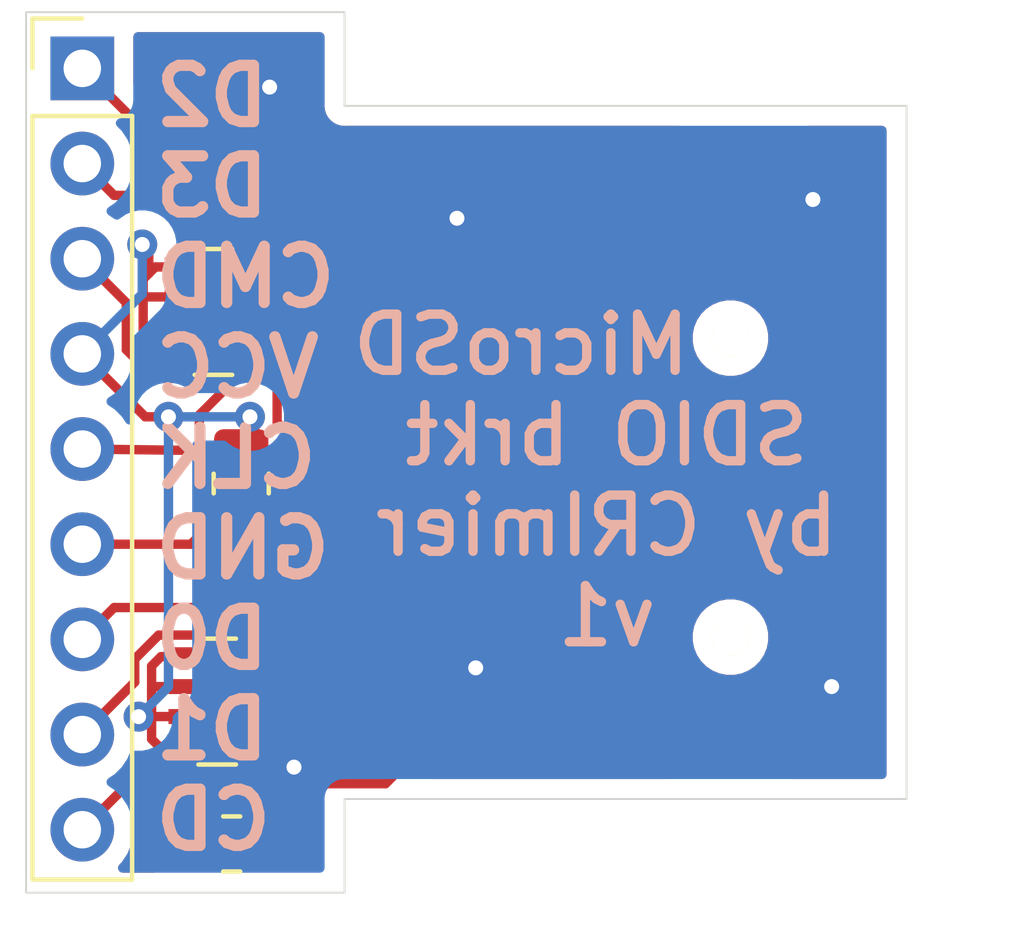
<source format=kicad_pcb>
(kicad_pcb (version 20171130) (host pcbnew 5.1.5+dfsg1-2build2)

  (general
    (thickness 1.6)
    (drawings 10)
    (tracks 141)
    (zones 0)
    (modules 6)
    (nets 12)
  )

  (page A4)
  (layers
    (0 F.Cu signal)
    (31 B.Cu signal)
    (32 B.Adhes user)
    (33 F.Adhes user)
    (34 B.Paste user)
    (35 F.Paste user)
    (36 B.SilkS user)
    (37 F.SilkS user)
    (38 B.Mask user)
    (39 F.Mask user)
    (40 Dwgs.User user)
    (41 Cmts.User user)
    (42 Eco1.User user)
    (43 Eco2.User user)
    (44 Edge.Cuts user)
    (45 Margin user)
    (46 B.CrtYd user)
    (47 F.CrtYd user)
    (48 B.Fab user)
    (49 F.Fab user)
  )

  (setup
    (last_trace_width 0.25)
    (trace_clearance 0.2)
    (zone_clearance 0.508)
    (zone_45_only no)
    (trace_min 0.2)
    (via_size 0.8)
    (via_drill 0.4)
    (via_min_size 0.4)
    (via_min_drill 0.3)
    (uvia_size 0.3)
    (uvia_drill 0.1)
    (uvias_allowed no)
    (uvia_min_size 0.2)
    (uvia_min_drill 0.1)
    (edge_width 0.05)
    (segment_width 0.2)
    (pcb_text_width 0.3)
    (pcb_text_size 1.5 1.5)
    (mod_edge_width 0.12)
    (mod_text_size 1 1)
    (mod_text_width 0.15)
    (pad_size 1.524 1.524)
    (pad_drill 0.762)
    (pad_to_mask_clearance 0.051)
    (solder_mask_min_width 0.25)
    (aux_axis_origin 98.5 110)
    (visible_elements FFFFFF7F)
    (pcbplotparams
      (layerselection 0x010f0_ffffffff)
      (usegerberextensions true)
      (usegerberattributes false)
      (usegerberadvancedattributes false)
      (creategerberjobfile false)
      (excludeedgelayer true)
      (linewidth 0.100000)
      (plotframeref false)
      (viasonmask false)
      (mode 1)
      (useauxorigin true)
      (hpglpennumber 1)
      (hpglpenspeed 20)
      (hpglpendiameter 15.000000)
      (psnegative false)
      (psa4output false)
      (plotreference false)
      (plotvalue false)
      (plotinvisibletext false)
      (padsonsilk false)
      (subtractmaskfromsilk true)
      (outputformat 1)
      (mirror false)
      (drillshape 0)
      (scaleselection 1)
      (outputdirectory "gerbers/"))
  )

  (net 0 "")
  (net 1 GND)
  (net 2 VCC)
  (net 3 /CD)
  (net 4 /D1)
  (net 5 /D0)
  (net 6 /CK)
  (net 7 /CM)
  (net 8 /D3)
  (net 9 /D2)
  (net 10 "Net-(RN2-Pad6)")
  (net 11 GNDS)

  (net_class Default "This is the default net class."
    (clearance 0.2)
    (trace_width 0.25)
    (via_dia 0.8)
    (via_drill 0.4)
    (uvia_dia 0.3)
    (uvia_drill 0.1)
    (add_net /CD)
    (add_net /CK)
    (add_net /CM)
    (add_net /D0)
    (add_net /D1)
    (add_net /D2)
    (add_net /D3)
    (add_net GND)
    (add_net GNDS)
    (add_net "Net-(RN2-Pad6)")
    (add_net VCC)
  )

  (module Capacitor_SMD:C_0805_2012Metric (layer F.Cu) (tedit 5F68FEEE) (tstamp 6150CF59)
    (at 104.2416 122.5804 270)
    (descr "Capacitor SMD 0805 (2012 Metric), square (rectangular) end terminal, IPC_7351 nominal, (Body size source: IPC-SM-782 page 76, https://www.pcb-3d.com/wordpress/wp-content/uploads/ipc-sm-782a_amendment_1_and_2.pdf, https://docs.google.com/spreadsheets/d/1BsfQQcO9C6DZCsRaXUlFlo91Tg2WpOkGARC1WS5S8t0/edit?usp=sharing), generated with kicad-footprint-generator")
    (tags capacitor)
    (path /61509AFF)
    (attr smd)
    (fp_text reference C1 (at 0 -1.68 90) (layer F.SilkS) hide
      (effects (font (size 1 1) (thickness 0.15)))
    )
    (fp_text value 100nF (at 0 1.68 90) (layer F.Fab)
      (effects (font (size 1 1) (thickness 0.15)))
    )
    (fp_text user %R (at 0 0 90) (layer F.Fab)
      (effects (font (size 0.5 0.5) (thickness 0.08)))
    )
    (fp_line (start 1.7 0.98) (end -1.7 0.98) (layer F.CrtYd) (width 0.05))
    (fp_line (start 1.7 -0.98) (end 1.7 0.98) (layer F.CrtYd) (width 0.05))
    (fp_line (start -1.7 -0.98) (end 1.7 -0.98) (layer F.CrtYd) (width 0.05))
    (fp_line (start -1.7 0.98) (end -1.7 -0.98) (layer F.CrtYd) (width 0.05))
    (fp_line (start -0.261252 0.735) (end 0.261252 0.735) (layer F.SilkS) (width 0.12))
    (fp_line (start -0.261252 -0.735) (end 0.261252 -0.735) (layer F.SilkS) (width 0.12))
    (fp_line (start 1 0.625) (end -1 0.625) (layer F.Fab) (width 0.1))
    (fp_line (start 1 -0.625) (end 1 0.625) (layer F.Fab) (width 0.1))
    (fp_line (start -1 -0.625) (end 1 -0.625) (layer F.Fab) (width 0.1))
    (fp_line (start -1 0.625) (end -1 -0.625) (layer F.Fab) (width 0.1))
    (pad 2 smd roundrect (at 0.95 0 270) (size 1 1.45) (layers F.Cu F.Paste F.Mask) (roundrect_rratio 0.25)
      (net 1 GND))
    (pad 1 smd roundrect (at -0.95 0 270) (size 1 1.45) (layers F.Cu F.Paste F.Mask) (roundrect_rratio 0.25)
      (net 2 VCC))
    (model ${KISYS3DMOD}/Capacitor_SMD.3dshapes/C_0805_2012Metric.wrl
      (at (xyz 0 0 0))
      (scale (xyz 1 1 1))
      (rotate (xyz 0 0 0))
    )
  )

  (module Resistor_SMD:R_0805_2012Metric (layer F.Cu) (tedit 5F68FEEE) (tstamp 6150E5DE)
    (at 103.9875 132.2)
    (descr "Resistor SMD 0805 (2012 Metric), square (rectangular) end terminal, IPC_7351 nominal, (Body size source: IPC-SM-782 page 72, https://www.pcb-3d.com/wordpress/wp-content/uploads/ipc-sm-782a_amendment_1_and_2.pdf), generated with kicad-footprint-generator")
    (tags resistor)
    (path /61550AF9)
    (attr smd)
    (fp_text reference R1 (at 0 -1.65) (layer F.SilkS) hide
      (effects (font (size 1 1) (thickness 0.15)))
    )
    (fp_text value SHD (at 0 1.65) (layer F.Fab)
      (effects (font (size 1 1) (thickness 0.15)))
    )
    (fp_text user %R (at 0 0) (layer F.Fab)
      (effects (font (size 0.5 0.5) (thickness 0.08)))
    )
    (fp_line (start 1.68 0.95) (end -1.68 0.95) (layer F.CrtYd) (width 0.05))
    (fp_line (start 1.68 -0.95) (end 1.68 0.95) (layer F.CrtYd) (width 0.05))
    (fp_line (start -1.68 -0.95) (end 1.68 -0.95) (layer F.CrtYd) (width 0.05))
    (fp_line (start -1.68 0.95) (end -1.68 -0.95) (layer F.CrtYd) (width 0.05))
    (fp_line (start -0.227064 0.735) (end 0.227064 0.735) (layer F.SilkS) (width 0.12))
    (fp_line (start -0.227064 -0.735) (end 0.227064 -0.735) (layer F.SilkS) (width 0.12))
    (fp_line (start 1 0.625) (end -1 0.625) (layer F.Fab) (width 0.1))
    (fp_line (start 1 -0.625) (end 1 0.625) (layer F.Fab) (width 0.1))
    (fp_line (start -1 -0.625) (end 1 -0.625) (layer F.Fab) (width 0.1))
    (fp_line (start -1 0.625) (end -1 -0.625) (layer F.Fab) (width 0.1))
    (pad 2 smd roundrect (at 0.9125 0) (size 1.025 1.4) (layers F.Cu F.Paste F.Mask) (roundrect_rratio 0.243902)
      (net 1 GND))
    (pad 1 smd roundrect (at -0.9125 0) (size 1.025 1.4) (layers F.Cu F.Paste F.Mask) (roundrect_rratio 0.243902)
      (net 11 GNDS))
    (model ${KISYS3DMOD}/Resistor_SMD.3dshapes/R_0805_2012Metric.wrl
      (at (xyz 0 0 0))
      (scale (xyz 1 1 1))
      (rotate (xyz 0 0 0))
    )
  )

  (module microsd_sdio_breakout:microSD-Receptacle-SelfEject (layer F.Cu) (tedit 615075B1) (tstamp 6150D13F)
    (at 106.8 121.75 90)
    (descr TFP09-2-12B)
    (tags "SD TF TransFlash Card")
    (path /61507197)
    (fp_text reference J2 (at 0.05 -5 90) (layer F.SilkS) hide
      (effects (font (size 1 1) (thickness 0.15)))
    )
    (fp_text value Micro_SD_Card_Det (at 0.05 17.5 90) (layer F.Fab)
      (effects (font (size 1 1) (thickness 0.15)))
    )
    (fp_line (start 7.35 14.5) (end 7.35 0) (layer Cmts.User) (width 0.05))
    (fp_line (start -7.35 14.5) (end 7.35 14.5) (layer Cmts.User) (width 0.05))
    (fp_line (start -7.35 0) (end -7.35 14.5) (layer Cmts.User) (width 0.05))
    (fp_line (start 7.35 0) (end -7.35 0) (layer Cmts.User) (width 0.05))
    (fp_line (start -8.85 15) (end 9.2 15) (layer F.CrtYd) (width 0.05))
    (fp_line (start -8.85 -1.3) (end -8.85 15) (layer F.CrtYd) (width 0.05))
    (fp_line (start 9.2 -1.3) (end -8.85 -1.3) (layer F.CrtYd) (width 0.05))
    (fp_line (start 9.2 15) (end 9.2 -1.3) (layer F.CrtYd) (width 0.05))
    (pad "" np_thru_hole circle (at -4.93 10.5 270) (size 1 1) (drill 1) (layers *.Cu *.Mask F.SilkS))
    (pad "" np_thru_hole circle (at 3.05 10.5 270) (size 1 1) (drill 1) (layers *.Cu *.Mask F.SilkS))
    (pad 11 smd rect (at 8.1 10.85 270) (size 1.2 2.2) (layers F.Cu F.Paste F.Mask)
      (net 11 GNDS))
    (pad 11 smd rect (at 6.85 0.5 270) (size 1.6 1.4) (layers F.Cu F.Paste F.Mask)
      (net 11 GNDS))
    (pad 11 smd rect (at -7.75 0.5 270) (size 1.2 1.4) (layers F.Cu F.Paste F.Mask)
      (net 11 GNDS))
    (pad 10 smd rect (at -6.55 0 270) (size 0.7 1.6) (layers F.Cu F.Paste F.Mask)
      (net 3 /CD))
    (pad 8 smd rect (at -5.45 0 270) (size 0.7 1.6) (layers F.Cu F.Paste F.Mask)
      (net 4 /D1))
    (pad 7 smd rect (at -4.35 0 270) (size 0.7 1.6) (layers F.Cu F.Paste F.Mask)
      (net 5 /D0))
    (pad 6 smd rect (at -3.25 0 270) (size 0.7 1.6) (layers F.Cu F.Paste F.Mask)
      (net 1 GND))
    (pad 5 smd rect (at -2.15 0 270) (size 0.7 1.6) (layers F.Cu F.Paste F.Mask)
      (net 6 /CK))
    (pad 4 smd rect (at -1.05 0 270) (size 0.7 1.6) (layers F.Cu F.Paste F.Mask)
      (net 2 VCC))
    (pad 3 smd rect (at 0.05 0 270) (size 0.7 1.6) (layers F.Cu F.Paste F.Mask)
      (net 7 /CM))
    (pad 2 smd rect (at 1.15 0 270) (size 0.7 1.6) (layers F.Cu F.Paste F.Mask)
      (net 8 /D3))
    (pad 1 smd rect (at 2.25 0 270) (size 0.7 1.6) (layers F.Cu F.Paste F.Mask)
      (net 9 /D2))
    (pad 11 smd rect (at -7.75 10.5 270) (size 1.2 2.2) (layers F.Cu F.Paste F.Mask)
      (net 11 GNDS))
  )

  (module Resistor_SMD:R_Array_Convex_4x0603 (layer F.Cu) (tedit 58E0A8B2) (tstamp 6150CFA4)
    (at 103.6 128.4)
    (descr "Chip Resistor Network, ROHM MNR14 (see mnr_g.pdf)")
    (tags "resistor array")
    (path /6150DF3D)
    (attr smd)
    (fp_text reference RN2 (at 0 -2.8) (layer F.SilkS) hide
      (effects (font (size 1 1) (thickness 0.15)))
    )
    (fp_text value 10K (at 0 2.8) (layer F.Fab)
      (effects (font (size 1 1) (thickness 0.15)))
    )
    (fp_line (start 1.55 1.85) (end -1.55 1.85) (layer F.CrtYd) (width 0.05))
    (fp_line (start 1.55 1.85) (end 1.55 -1.85) (layer F.CrtYd) (width 0.05))
    (fp_line (start -1.55 -1.85) (end -1.55 1.85) (layer F.CrtYd) (width 0.05))
    (fp_line (start -1.55 -1.85) (end 1.55 -1.85) (layer F.CrtYd) (width 0.05))
    (fp_line (start 0.5 -1.68) (end -0.5 -1.68) (layer F.SilkS) (width 0.12))
    (fp_line (start 0.5 1.68) (end -0.5 1.68) (layer F.SilkS) (width 0.12))
    (fp_line (start -0.8 1.6) (end -0.8 -1.6) (layer F.Fab) (width 0.1))
    (fp_line (start 0.8 1.6) (end -0.8 1.6) (layer F.Fab) (width 0.1))
    (fp_line (start 0.8 -1.6) (end 0.8 1.6) (layer F.Fab) (width 0.1))
    (fp_line (start -0.8 -1.6) (end 0.8 -1.6) (layer F.Fab) (width 0.1))
    (fp_text user %R (at 0 0 90) (layer F.Fab)
      (effects (font (size 0.5 0.5) (thickness 0.075)))
    )
    (pad 5 smd rect (at 0.9 1.2) (size 0.8 0.5) (layers F.Cu F.Paste F.Mask)
      (net 3 /CD))
    (pad 6 smd rect (at 0.9 0.4) (size 0.8 0.4) (layers F.Cu F.Paste F.Mask)
      (net 10 "Net-(RN2-Pad6)"))
    (pad 8 smd rect (at 0.9 -1.2) (size 0.8 0.5) (layers F.Cu F.Paste F.Mask)
      (net 5 /D0))
    (pad 7 smd rect (at 0.9 -0.4) (size 0.8 0.4) (layers F.Cu F.Paste F.Mask)
      (net 4 /D1))
    (pad 4 smd rect (at -0.9 1.2) (size 0.8 0.5) (layers F.Cu F.Paste F.Mask)
      (net 2 VCC))
    (pad 2 smd rect (at -0.9 -0.4) (size 0.8 0.4) (layers F.Cu F.Paste F.Mask)
      (net 2 VCC))
    (pad 3 smd rect (at -0.9 0.4) (size 0.8 0.4) (layers F.Cu F.Paste F.Mask)
      (net 2 VCC))
    (pad 1 smd rect (at -0.9 -1.2) (size 0.8 0.5) (layers F.Cu F.Paste F.Mask)
      (net 2 VCC))
    (model ${KISYS3DMOD}/Resistor_SMD.3dshapes/R_Array_Convex_4x0603.wrl
      (at (xyz 0 0 0))
      (scale (xyz 1 1 1))
      (rotate (xyz 0 0 0))
    )
  )

  (module Resistor_SMD:R_Array_Convex_4x0603 (layer F.Cu) (tedit 58E0A8B2) (tstamp 6150CF8D)
    (at 103.5 118)
    (descr "Chip Resistor Network, ROHM MNR14 (see mnr_g.pdf)")
    (tags "resistor array")
    (path /6150A7F3)
    (attr smd)
    (fp_text reference RN1 (at 0 -2.8) (layer F.SilkS) hide
      (effects (font (size 1 1) (thickness 0.15)))
    )
    (fp_text value 10K (at 0 2.8) (layer F.Fab)
      (effects (font (size 1 1) (thickness 0.15)))
    )
    (fp_line (start 1.55 1.85) (end -1.55 1.85) (layer F.CrtYd) (width 0.05))
    (fp_line (start 1.55 1.85) (end 1.55 -1.85) (layer F.CrtYd) (width 0.05))
    (fp_line (start -1.55 -1.85) (end -1.55 1.85) (layer F.CrtYd) (width 0.05))
    (fp_line (start -1.55 -1.85) (end 1.55 -1.85) (layer F.CrtYd) (width 0.05))
    (fp_line (start 0.5 -1.68) (end -0.5 -1.68) (layer F.SilkS) (width 0.12))
    (fp_line (start 0.5 1.68) (end -0.5 1.68) (layer F.SilkS) (width 0.12))
    (fp_line (start -0.8 1.6) (end -0.8 -1.6) (layer F.Fab) (width 0.1))
    (fp_line (start 0.8 1.6) (end -0.8 1.6) (layer F.Fab) (width 0.1))
    (fp_line (start 0.8 -1.6) (end 0.8 1.6) (layer F.Fab) (width 0.1))
    (fp_line (start -0.8 -1.6) (end 0.8 -1.6) (layer F.Fab) (width 0.1))
    (fp_text user %R (at 0 0 90) (layer F.Fab)
      (effects (font (size 0.5 0.5) (thickness 0.075)))
    )
    (pad 5 smd rect (at 0.9 1.2) (size 0.8 0.5) (layers F.Cu F.Paste F.Mask)
      (net 6 /CK))
    (pad 6 smd rect (at 0.9 0.4) (size 0.8 0.4) (layers F.Cu F.Paste F.Mask)
      (net 7 /CM))
    (pad 8 smd rect (at 0.9 -1.2) (size 0.8 0.5) (layers F.Cu F.Paste F.Mask)
      (net 9 /D2))
    (pad 7 smd rect (at 0.9 -0.4) (size 0.8 0.4) (layers F.Cu F.Paste F.Mask)
      (net 8 /D3))
    (pad 4 smd rect (at -0.9 1.2) (size 0.8 0.5) (layers F.Cu F.Paste F.Mask)
      (net 2 VCC))
    (pad 2 smd rect (at -0.9 -0.4) (size 0.8 0.4) (layers F.Cu F.Paste F.Mask)
      (net 2 VCC))
    (pad 3 smd rect (at -0.9 0.4) (size 0.8 0.4) (layers F.Cu F.Paste F.Mask)
      (net 2 VCC))
    (pad 1 smd rect (at -0.9 -1.2) (size 0.8 0.5) (layers F.Cu F.Paste F.Mask)
      (net 2 VCC))
    (model ${KISYS3DMOD}/Resistor_SMD.3dshapes/R_Array_Convex_4x0603.wrl
      (at (xyz 0 0 0))
      (scale (xyz 1 1 1))
      (rotate (xyz 0 0 0))
    )
  )

  (module Connector_PinHeader_2.54mm:PinHeader_1x09_P2.54mm_Vertical (layer F.Cu) (tedit 59FED5CC) (tstamp 6150CF76)
    (at 100 111.5)
    (descr "Through hole straight pin header, 1x09, 2.54mm pitch, single row")
    (tags "Through hole pin header THT 1x09 2.54mm single row")
    (path /6150C377)
    (fp_text reference J1 (at 0 -2.33) (layer F.SilkS) hide
      (effects (font (size 1 1) (thickness 0.15)))
    )
    (fp_text value CONN (at 0 22.65) (layer F.Fab)
      (effects (font (size 1 1) (thickness 0.15)))
    )
    (fp_text user %R (at 0 10.16 90) (layer F.Fab)
      (effects (font (size 1 1) (thickness 0.15)))
    )
    (fp_line (start 1.8 -1.8) (end -1.8 -1.8) (layer F.CrtYd) (width 0.05))
    (fp_line (start 1.8 22.1) (end 1.8 -1.8) (layer F.CrtYd) (width 0.05))
    (fp_line (start -1.8 22.1) (end 1.8 22.1) (layer F.CrtYd) (width 0.05))
    (fp_line (start -1.8 -1.8) (end -1.8 22.1) (layer F.CrtYd) (width 0.05))
    (fp_line (start -1.33 -1.33) (end 0 -1.33) (layer F.SilkS) (width 0.12))
    (fp_line (start -1.33 0) (end -1.33 -1.33) (layer F.SilkS) (width 0.12))
    (fp_line (start -1.33 1.27) (end 1.33 1.27) (layer F.SilkS) (width 0.12))
    (fp_line (start 1.33 1.27) (end 1.33 21.65) (layer F.SilkS) (width 0.12))
    (fp_line (start -1.33 1.27) (end -1.33 21.65) (layer F.SilkS) (width 0.12))
    (fp_line (start -1.33 21.65) (end 1.33 21.65) (layer F.SilkS) (width 0.12))
    (fp_line (start -1.27 -0.635) (end -0.635 -1.27) (layer F.Fab) (width 0.1))
    (fp_line (start -1.27 21.59) (end -1.27 -0.635) (layer F.Fab) (width 0.1))
    (fp_line (start 1.27 21.59) (end -1.27 21.59) (layer F.Fab) (width 0.1))
    (fp_line (start 1.27 -1.27) (end 1.27 21.59) (layer F.Fab) (width 0.1))
    (fp_line (start -0.635 -1.27) (end 1.27 -1.27) (layer F.Fab) (width 0.1))
    (pad 9 thru_hole oval (at 0 20.32) (size 1.7 1.7) (drill 1) (layers *.Cu *.Mask)
      (net 3 /CD))
    (pad 8 thru_hole oval (at 0 17.78) (size 1.7 1.7) (drill 1) (layers *.Cu *.Mask)
      (net 4 /D1))
    (pad 7 thru_hole oval (at 0 15.24) (size 1.7 1.7) (drill 1) (layers *.Cu *.Mask)
      (net 5 /D0))
    (pad 6 thru_hole oval (at 0 12.7) (size 1.7 1.7) (drill 1) (layers *.Cu *.Mask)
      (net 1 GND))
    (pad 5 thru_hole oval (at 0 10.16) (size 1.7 1.7) (drill 1) (layers *.Cu *.Mask)
      (net 6 /CK))
    (pad 4 thru_hole oval (at 0 7.62) (size 1.7 1.7) (drill 1) (layers *.Cu *.Mask)
      (net 2 VCC))
    (pad 3 thru_hole oval (at 0 5.08) (size 1.7 1.7) (drill 1) (layers *.Cu *.Mask)
      (net 7 /CM))
    (pad 2 thru_hole oval (at 0 2.54) (size 1.7 1.7) (drill 1) (layers *.Cu *.Mask)
      (net 8 /D3))
    (pad 1 thru_hole rect (at 0 0) (size 1.7 1.7) (drill 1) (layers *.Cu *.Mask)
      (net 9 /D2))
    (model ${KISYS3DMOD}/Connector_PinHeader_2.54mm.3dshapes/PinHeader_1x09_P2.54mm_Vertical.wrl
      (at (xyz 0 0 0))
      (scale (xyz 1 1 1))
      (rotate (xyz 0 0 0))
    )
  )

  (gr_text "    MicroSD\nSDIO brkt\nby CRImier\nv1" (at 114 122.5) (layer B.SilkS)
    (effects (font (size 1.5 1.5) (thickness 0.25)) (justify mirror))
  )
  (gr_line (start 98.5 133.5) (end 98.5 110) (layer Edge.Cuts) (width 0.05) (tstamp 6150E8F8))
  (gr_line (start 107 133.5) (end 98.5 133.5) (layer Edge.Cuts) (width 0.05))
  (gr_line (start 107 131) (end 107 133.5) (layer Edge.Cuts) (width 0.05))
  (gr_line (start 122 131) (end 107 131) (layer Edge.Cuts) (width 0.05))
  (gr_line (start 122 112.5) (end 122 131) (layer Edge.Cuts) (width 0.05))
  (gr_line (start 107 112.5) (end 122 112.5) (layer Edge.Cuts) (width 0.05))
  (gr_line (start 107 110) (end 107 112.5) (layer Edge.Cuts) (width 0.05))
  (gr_line (start 98.5 110) (end 107 110) (layer Edge.Cuts) (width 0.05))
  (gr_text "D2\nD3\nCMD\nVCC\nCLK\nGND\nD0\nD1\nCD" (at 101.8 121.9) (layer B.SilkS)
    (effects (font (size 1.5 1.5) (thickness 0.3)) (justify right mirror))
  )

  (segment (start 100 124.2) (end 102.9 124.2) (width 0.25) (layer F.Cu) (net 1))
  (segment (start 103.725 123.375) (end 104.6 123.375) (width 0.25) (layer F.Cu) (net 1))
  (segment (start 102.9 124.2) (end 103.725 123.375) (width 0.25) (layer F.Cu) (net 1))
  (segment (start 104.6 123.825) (end 104.6 123.375) (width 0.25) (layer F.Cu) (net 1))
  (segment (start 104.6 123.85) (end 104.6 123.825) (width 0.25) (layer F.Cu) (net 1))
  (segment (start 105.75 125) (end 104.6 123.85) (width 0.25) (layer F.Cu) (net 1))
  (segment (start 106.8 125) (end 105.75 125) (width 0.25) (layer F.Cu) (net 1))
  (segment (start 108.7 129.985002) (end 108.7 125.5) (width 0.25) (layer F.Cu) (net 1))
  (segment (start 108.2 125) (end 106.8 125) (width 0.25) (layer F.Cu) (net 1))
  (segment (start 108.7 125.5) (end 108.2 125) (width 0.25) (layer F.Cu) (net 1))
  (segment (start 106.507499 130.592501) (end 104.9 132.2) (width 0.25) (layer F.Cu) (net 1))
  (segment (start 108.092501 130.592501) (end 106.507499 130.592501) (width 0.25) (layer F.Cu) (net 1))
  (segment (start 108.092501 130.592501) (end 108.7 129.985002) (width 0.25) (layer F.Cu) (net 1))
  (segment (start 102.2 119.2) (end 102.6 119.2) (width 0.25) (layer F.Cu) (net 2))
  (segment (start 101.625011 118.625011) (end 102.2 119.2) (width 0.25) (layer F.Cu) (net 2))
  (segment (start 102.6 116.8) (end 101.95 116.8) (width 0.25) (layer F.Cu) (net 2))
  (segment (start 101.650022 117.6) (end 102.6 117.6) (width 0.25) (layer F.Cu) (net 2))
  (segment (start 101.625011 117.625011) (end 101.650022 117.6) (width 0.25) (layer F.Cu) (net 2))
  (segment (start 101.625011 117.124989) (end 101.625011 117.625011) (width 0.25) (layer F.Cu) (net 2))
  (segment (start 101.650022 118.4) (end 102.6 118.4) (width 0.25) (layer F.Cu) (net 2))
  (segment (start 101.625011 118.374989) (end 101.650022 118.4) (width 0.25) (layer F.Cu) (net 2))
  (segment (start 101.625011 117.625011) (end 101.625011 118.374989) (width 0.25) (layer F.Cu) (net 2))
  (segment (start 101.625011 118.374989) (end 101.625011 118.625011) (width 0.25) (layer F.Cu) (net 2))
  (via (at 101.6 116.2) (size 0.8) (drill 0.4) (layers F.Cu B.Cu) (net 2))
  (segment (start 101.775 116.375) (end 101.6 116.2) (width 0.25) (layer F.Cu) (net 2))
  (segment (start 101.95 116.8) (end 101.775 116.975) (width 0.25) (layer F.Cu) (net 2))
  (segment (start 101.775 116.975) (end 101.775 116.375) (width 0.25) (layer F.Cu) (net 2))
  (segment (start 101.775 116.975) (end 101.625011 117.124989) (width 0.25) (layer F.Cu) (net 2))
  (segment (start 101.6 117.52) (end 100 119.12) (width 0.25) (layer B.Cu) (net 2))
  (segment (start 101.6 116.2) (end 101.6 117.52) (width 0.25) (layer B.Cu) (net 2))
  (via (at 102.3 120.8) (size 0.8) (drill 0.4) (layers F.Cu B.Cu) (net 2))
  (segment (start 101.68 120.8) (end 102.3 120.8) (width 0.25) (layer F.Cu) (net 2))
  (segment (start 100 119.12) (end 101.68 120.8) (width 0.25) (layer F.Cu) (net 2))
  (segment (start 102.05 129.6) (end 102.7 129.6) (width 0.25) (layer F.Cu) (net 2))
  (segment (start 102.101408 127.2) (end 101.85001 127.451398) (width 0.25) (layer F.Cu) (net 2))
  (segment (start 101.85001 129.40001) (end 102.05 129.6) (width 0.25) (layer F.Cu) (net 2))
  (segment (start 102.7 127.2) (end 102.101408 127.2) (width 0.25) (layer F.Cu) (net 2))
  (segment (start 101.90002 128.8) (end 102.7 128.8) (width 0.25) (layer F.Cu) (net 2))
  (segment (start 101.85001 128.74999) (end 101.90002 128.8) (width 0.25) (layer F.Cu) (net 2))
  (segment (start 101.85001 128.74999) (end 101.85001 129.40001) (width 0.25) (layer F.Cu) (net 2))
  (segment (start 101.90002 128) (end 102.7 128) (width 0.25) (layer F.Cu) (net 2))
  (segment (start 101.85001 128.05001) (end 101.90002 128) (width 0.25) (layer F.Cu) (net 2))
  (segment (start 101.85001 127.451398) (end 101.85001 128.05001) (width 0.25) (layer F.Cu) (net 2))
  (segment (start 101.85001 128.05001) (end 101.85001 128.74999) (width 0.25) (layer F.Cu) (net 2))
  (via (at 101.502653 128.802653) (size 0.8) (drill 0.4) (layers F.Cu B.Cu) (net 2))
  (segment (start 101.555316 128.74999) (end 101.502653 128.802653) (width 0.25) (layer F.Cu) (net 2))
  (segment (start 101.85001 128.74999) (end 101.555316 128.74999) (width 0.25) (layer F.Cu) (net 2))
  (segment (start 102.3 128.005306) (end 102.3 120.8) (width 0.25) (layer B.Cu) (net 2))
  (segment (start 101.502653 128.802653) (end 102.3 128.005306) (width 0.25) (layer B.Cu) (net 2))
  (segment (start 105.075 121.825) (end 104.6 121.825) (width 0.25) (layer F.Cu) (net 2))
  (segment (start 105.189998 121.825) (end 105.075 121.825) (width 0.25) (layer F.Cu) (net 2))
  (segment (start 106.164998 122.8) (end 105.189998 121.825) (width 0.25) (layer F.Cu) (net 2))
  (segment (start 106.8 122.8) (end 106.164998 122.8) (width 0.25) (layer F.Cu) (net 2))
  (via (at 104.47499 120.8) (size 0.8) (drill 0.4) (layers F.Cu B.Cu) (net 2))
  (segment (start 102.3 120.8) (end 104.47499 120.8) (width 0.25) (layer B.Cu) (net 2))
  (segment (start 104.6 121.825) (end 104.6 120.92501) (width 0.25) (layer F.Cu) (net 2))
  (segment (start 104.6 120.92501) (end 104.47499 120.8) (width 0.25) (layer F.Cu) (net 2))
  (segment (start 104.5 130.2) (end 104.5 129.6) (width 0.25) (layer F.Cu) (net 3))
  (segment (start 106.35 128.3) (end 106.8 128.3) (width 0.25) (layer F.Cu) (net 3))
  (segment (start 105.05 129.6) (end 106.35 128.3) (width 0.25) (layer F.Cu) (net 3))
  (segment (start 104.5 129.6) (end 105.05 129.6) (width 0.25) (layer F.Cu) (net 3))
  (segment (start 101.42 130.4) (end 104.3 130.4) (width 0.25) (layer F.Cu) (net 3))
  (segment (start 100 131.82) (end 101.42 130.4) (width 0.25) (layer F.Cu) (net 3))
  (segment (start 104.3 130.4) (end 104.5 130.2) (width 0.25) (layer F.Cu) (net 3))
  (segment (start 101.4 127.88) (end 100 129.28) (width 0.25) (layer F.Cu) (net 4))
  (segment (start 101.4 127.264998) (end 101.4 127.88) (width 0.25) (layer F.Cu) (net 4))
  (segment (start 102.039999 126.624999) (end 101.4 127.264998) (width 0.25) (layer F.Cu) (net 4))
  (segment (start 103.360001 126.624999) (end 102.039999 126.624999) (width 0.25) (layer F.Cu) (net 4))
  (segment (start 103.425001 126.689999) (end 103.360001 126.624999) (width 0.25) (layer F.Cu) (net 4))
  (segment (start 103.425001 127.575001) (end 103.425001 126.689999) (width 0.25) (layer F.Cu) (net 4))
  (segment (start 103.85 128) (end 103.425001 127.575001) (width 0.25) (layer F.Cu) (net 4))
  (segment (start 104.5 128) (end 103.85 128) (width 0.25) (layer F.Cu) (net 4))
  (segment (start 106.164998 127.2) (end 106.8 127.2) (width 0.25) (layer F.Cu) (net 4))
  (segment (start 105.364998 128) (end 106.164998 127.2) (width 0.25) (layer F.Cu) (net 4))
  (segment (start 104.5 128) (end 105.364998 128) (width 0.25) (layer F.Cu) (net 4))
  (segment (start 104.5 126.7) (end 104.5 127.2) (width 0.25) (layer F.Cu) (net 5))
  (segment (start 104.5 126.46359) (end 104.5 126.7) (width 0.25) (layer F.Cu) (net 5))
  (segment (start 103.926411 125.890001) (end 104.5 126.46359) (width 0.25) (layer F.Cu) (net 5))
  (segment (start 100.849999 125.890001) (end 103.926411 125.890001) (width 0.25) (layer F.Cu) (net 5))
  (segment (start 100 126.74) (end 100.849999 125.890001) (width 0.25) (layer F.Cu) (net 5))
  (segment (start 105.38641 126.46359) (end 104.5 126.46359) (width 0.25) (layer F.Cu) (net 5))
  (segment (start 105.75 126.1) (end 105.38641 126.46359) (width 0.25) (layer F.Cu) (net 5))
  (segment (start 106.8 126.1) (end 105.75 126.1) (width 0.25) (layer F.Cu) (net 5))
  (segment (start 105.75 123.9) (end 105.5 123.65) (width 0.25) (layer F.Cu) (net 6))
  (segment (start 106.8 123.9) (end 105.75 123.9) (width 0.25) (layer F.Cu) (net 6))
  (segment (start 105.5 123) (end 105.088917 122.588917) (width 0.25) (layer F.Cu) (net 6))
  (segment (start 105.5 123.65) (end 105.5 123) (width 0.25) (layer F.Cu) (net 6))
  (segment (start 105.077834 122.6) (end 104.1 122.6) (width 0.25) (layer F.Cu) (net 6))
  (segment (start 105.088917 122.588917) (end 105.077834 122.6) (width 0.25) (layer F.Cu) (net 6))
  (segment (start 100 121.66) (end 103.052994 121.697006) (width 0.25) (layer F.Cu) (net 6))
  (segment (start 103.124 121.626) (end 103.052994 121.697006) (width 0.25) (layer F.Cu) (net 6))
  (segment (start 103.124 120.7495) (end 103.124 121.626) (width 0.25) (layer F.Cu) (net 6))
  (segment (start 104.4 119.4735) (end 103.124 120.7495) (width 0.25) (layer F.Cu) (net 6))
  (segment (start 104.4 119.2) (end 104.4 119.4735) (width 0.25) (layer F.Cu) (net 6))
  (segment (start 103.55001 122.60001) (end 104.15 122.60001) (width 0.25) (layer F.Cu) (net 6))
  (segment (start 103.124 122.174) (end 103.55001 122.60001) (width 0.25) (layer F.Cu) (net 6))
  (segment (start 103.124 121.768012) (end 103.124 122.174) (width 0.25) (layer F.Cu) (net 6))
  (segment (start 103.052994 121.697006) (end 103.124 121.768012) (width 0.25) (layer F.Cu) (net 6))
  (segment (start 103.75 118.4) (end 104.4 118.4) (width 0.25) (layer F.Cu) (net 7))
  (segment (start 103.674999 118.475001) (end 103.75 118.4) (width 0.25) (layer F.Cu) (net 7))
  (segment (start 103.674999 119.360003) (end 103.674999 118.475001) (width 0.25) (layer F.Cu) (net 7))
  (segment (start 103.260001 119.775001) (end 103.674999 119.360003) (width 0.25) (layer F.Cu) (net 7))
  (segment (start 101.939999 119.775001) (end 103.260001 119.775001) (width 0.25) (layer F.Cu) (net 7))
  (segment (start 101.175001 119.010003) (end 101.939999 119.775001) (width 0.25) (layer F.Cu) (net 7))
  (segment (start 101.175001 117.755001) (end 101.175001 119.010003) (width 0.25) (layer F.Cu) (net 7))
  (segment (start 100 116.58) (end 101.175001 117.755001) (width 0.25) (layer F.Cu) (net 7))
  (segment (start 105.05 118.4) (end 104.4 118.4) (width 0.25) (layer F.Cu) (net 7))
  (segment (start 105.2 120.948) (end 105.2 118.55) (width 0.25) (layer F.Cu) (net 7))
  (segment (start 105.2 118.55) (end 105.05 118.4) (width 0.25) (layer F.Cu) (net 7))
  (segment (start 105.952 121.7) (end 105.2 120.948) (width 0.25) (layer F.Cu) (net 7))
  (segment (start 106.8 121.7) (end 105.952 121.7) (width 0.25) (layer F.Cu) (net 7))
  (segment (start 103.75 117.6) (end 104.4 117.6) (width 0.25) (layer F.Cu) (net 8))
  (segment (start 103.325001 117.175001) (end 103.75 117.6) (width 0.25) (layer F.Cu) (net 8))
  (segment (start 101.925001 114.889999) (end 103.325001 116.289999) (width 0.25) (layer F.Cu) (net 8))
  (segment (start 103.325001 116.289999) (end 103.325001 117.175001) (width 0.25) (layer F.Cu) (net 8))
  (segment (start 100.849999 114.889999) (end 101.925001 114.889999) (width 0.25) (layer F.Cu) (net 8))
  (segment (start 100 114.04) (end 100.849999 114.889999) (width 0.25) (layer F.Cu) (net 8))
  (segment (start 105.75 120.6) (end 106.8 120.6) (width 0.25) (layer F.Cu) (net 8))
  (segment (start 105.674999 120.524999) (end 105.75 120.6) (width 0.25) (layer F.Cu) (net 8))
  (segment (start 105.674999 118.224999) (end 105.674999 120.524999) (width 0.25) (layer F.Cu) (net 8))
  (segment (start 105.05 117.6) (end 105.674999 118.224999) (width 0.25) (layer F.Cu) (net 8))
  (segment (start 104.4 117.6) (end 105.05 117.6) (width 0.25) (layer F.Cu) (net 8))
  (segment (start 106.8 118.9) (end 106.8 119.5) (width 0.25) (layer F.Cu) (net 9))
  (segment (start 106.8 118.55) (end 106.8 118.9) (width 0.25) (layer F.Cu) (net 9))
  (segment (start 105.05 116.8) (end 106.8 118.55) (width 0.25) (layer F.Cu) (net 9))
  (segment (start 104.4 116.8) (end 105.05 116.8) (width 0.25) (layer F.Cu) (net 9))
  (segment (start 104.4 116.3) (end 104.4 116.8) (width 0.25) (layer F.Cu) (net 9))
  (segment (start 104.4 115.9) (end 104.4 116.3) (width 0.25) (layer F.Cu) (net 9))
  (segment (start 100 111.5) (end 104.4 115.9) (width 0.25) (layer F.Cu) (net 9))
  (segment (start 103.40001 131.17499) (end 104.62501 131.17499) (width 0.25) (layer F.Cu) (net 11))
  (segment (start 103.075 131.5) (end 103.40001 131.17499) (width 0.25) (layer F.Cu) (net 11))
  (segment (start 103.075 132.2) (end 103.075 131.5) (width 0.25) (layer F.Cu) (net 11))
  (segment (start 106.3 129.5) (end 107.3 129.5) (width 0.25) (layer F.Cu) (net 11))
  (segment (start 104.62501 131.17499) (end 105.65 130.15) (width 0.25) (layer F.Cu) (net 11))
  (via (at 110 115.5) (size 0.8) (drill 0.4) (layers F.Cu B.Cu) (net 11))
  (via (at 119.5 115) (size 0.8) (drill 0.4) (layers F.Cu B.Cu) (net 11))
  (via (at 120 128) (size 0.8) (drill 0.4) (layers F.Cu B.Cu) (net 11))
  (via (at 110.5 127.5) (size 0.8) (drill 0.4) (layers F.Cu B.Cu) (net 11))
  (segment (start 105.65 130.15) (end 106.3 129.5) (width 0.25) (layer F.Cu) (net 11) (tstamp 6150E96E))
  (via (at 105.65 130.15) (size 0.8) (drill 0.4) (layers F.Cu B.Cu) (net 11))
  (via (at 105 112) (size 0.8) (drill 0.4) (layers F.Cu B.Cu) (net 11))

  (zone (net 11) (net_name GNDS) (layer F.Cu) (tstamp 617D1FCC) (hatch edge 0.508)
    (connect_pads (clearance 0.508))
    (min_thickness 0.254)
    (fill yes (arc_segments 32) (thermal_gap 0.508) (thermal_bridge_width 0.508))
    (polygon
      (pts
        (xy 122 133.5) (xy 98.5 133.5) (xy 98.5 110) (xy 122 110)
      )
    )
    (filled_polygon
      (pts
        (xy 101.972998 131.25582) (xy 101.936688 131.375518) (xy 101.924428 131.5) (xy 101.9275 131.91425) (xy 102.08625 132.073)
        (xy 102.948 132.073) (xy 102.948 132.053) (xy 103.202 132.053) (xy 103.202 132.073) (xy 103.222 132.073)
        (xy 103.222 132.327) (xy 103.202 132.327) (xy 103.202 132.347) (xy 102.948 132.347) (xy 102.948 132.327)
        (xy 102.08625 132.327) (xy 101.9275 132.48575) (xy 101.924873 132.84) (xy 101.080107 132.84) (xy 101.153475 132.766632)
        (xy 101.31599 132.523411) (xy 101.427932 132.253158) (xy 101.485 131.96626) (xy 101.485 131.67374) (xy 101.44121 131.453592)
        (xy 101.734802 131.16) (xy 102.024216 131.16)
      )
    )
    (filled_polygon
      (pts
        (xy 105.965 129.78575) (xy 105.962331 130.058796) (xy 105.9437 130.081498) (xy 105.163202 130.861997) (xy 105.162501 130.861928)
        (xy 104.912873 130.861928) (xy 105.010998 130.763803) (xy 105.040001 130.740001) (xy 105.134974 130.624276) (xy 105.205546 130.492247)
        (xy 105.236518 130.390146) (xy 105.254494 130.380537) (xy 105.351185 130.301185) (xy 105.351794 130.300443) (xy 105.474276 130.234974)
        (xy 105.590001 130.140001) (xy 105.613804 130.110997) (xy 106.0978 129.627002) (xy 106.123748 129.627002)
      )
    )
    (filled_polygon
      (pts
        (xy 106.340001 112.467571) (xy 106.336807 112.5) (xy 106.34955 112.629383) (xy 106.38729 112.753793) (xy 106.448575 112.86845)
        (xy 106.531052 112.968948) (xy 106.63155 113.051425) (xy 106.746207 113.11271) (xy 106.870617 113.15045) (xy 106.967581 113.16)
        (xy 107 113.163193) (xy 107.032419 113.16) (xy 115.913003 113.16) (xy 115.915 113.36425) (xy 116.07375 113.523)
        (xy 117.523 113.523) (xy 117.523 113.503) (xy 117.777 113.503) (xy 117.777 113.523) (xy 119.22625 113.523)
        (xy 119.385 113.36425) (xy 119.386997 113.16) (xy 121.34 113.16) (xy 121.340001 130.34) (xy 118.99077 130.34)
        (xy 119.025812 130.224482) (xy 119.038072 130.1) (xy 119.035 129.78575) (xy 118.87625 129.627) (xy 117.427 129.627)
        (xy 117.427 129.647) (xy 117.173 129.647) (xy 117.173 129.627) (xy 115.72375 129.627) (xy 115.565 129.78575)
        (xy 115.561928 130.1) (xy 115.574188 130.224482) (xy 115.60923 130.34) (xy 109.372004 130.34) (xy 109.405546 130.277249)
        (xy 109.449003 130.133988) (xy 109.46 130.022335) (xy 109.46 130.022326) (xy 109.463676 129.985003) (xy 109.46 129.94768)
        (xy 109.46 128.9) (xy 115.561928 128.9) (xy 115.565 129.21425) (xy 115.72375 129.373) (xy 117.173 129.373)
        (xy 117.173 128.42375) (xy 117.427 128.42375) (xy 117.427 129.373) (xy 118.87625 129.373) (xy 119.035 129.21425)
        (xy 119.038072 128.9) (xy 119.025812 128.775518) (xy 118.989502 128.65582) (xy 118.930537 128.545506) (xy 118.851185 128.448815)
        (xy 118.754494 128.369463) (xy 118.64418 128.310498) (xy 118.524482 128.274188) (xy 118.4 128.261928) (xy 117.58575 128.265)
        (xy 117.427 128.42375) (xy 117.173 128.42375) (xy 117.01425 128.265) (xy 116.2 128.261928) (xy 116.075518 128.274188)
        (xy 115.95582 128.310498) (xy 115.845506 128.369463) (xy 115.748815 128.448815) (xy 115.669463 128.545506) (xy 115.610498 128.65582)
        (xy 115.574188 128.775518) (xy 115.561928 128.9) (xy 109.46 128.9) (xy 109.46 126.568212) (xy 116.165 126.568212)
        (xy 116.165 126.791788) (xy 116.208617 127.011067) (xy 116.294176 127.217624) (xy 116.418388 127.40352) (xy 116.57648 127.561612)
        (xy 116.762376 127.685824) (xy 116.968933 127.771383) (xy 117.188212 127.815) (xy 117.411788 127.815) (xy 117.631067 127.771383)
        (xy 117.837624 127.685824) (xy 118.02352 127.561612) (xy 118.181612 127.40352) (xy 118.305824 127.217624) (xy 118.391383 127.011067)
        (xy 118.435 126.791788) (xy 118.435 126.568212) (xy 118.391383 126.348933) (xy 118.305824 126.142376) (xy 118.181612 125.95648)
        (xy 118.02352 125.798388) (xy 117.837624 125.674176) (xy 117.631067 125.588617) (xy 117.411788 125.545) (xy 117.188212 125.545)
        (xy 116.968933 125.588617) (xy 116.762376 125.674176) (xy 116.57648 125.798388) (xy 116.418388 125.95648) (xy 116.294176 126.142376)
        (xy 116.208617 126.348933) (xy 116.165 126.568212) (xy 109.46 126.568212) (xy 109.46 125.537325) (xy 109.463676 125.5)
        (xy 109.46 125.462675) (xy 109.46 125.462667) (xy 109.449003 125.351014) (xy 109.405546 125.207753) (xy 109.334974 125.075724)
        (xy 109.240001 124.959999) (xy 109.210997 124.936196) (xy 108.763804 124.489003) (xy 108.740001 124.459999) (xy 108.624276 124.365026)
        (xy 108.492247 124.294454) (xy 108.348986 124.250997) (xy 108.238072 124.240073) (xy 108.238072 123.55) (xy 108.225812 123.425518)
        (xy 108.202904 123.35) (xy 108.225812 123.274482) (xy 108.238072 123.15) (xy 108.238072 122.45) (xy 108.225812 122.325518)
        (xy 108.202904 122.25) (xy 108.225812 122.174482) (xy 108.238072 122.05) (xy 108.238072 121.35) (xy 108.225812 121.225518)
        (xy 108.202904 121.15) (xy 108.225812 121.074482) (xy 108.238072 120.95) (xy 108.238072 120.25) (xy 108.225812 120.125518)
        (xy 108.202904 120.05) (xy 108.225812 119.974482) (xy 108.238072 119.85) (xy 108.238072 119.15) (xy 108.225812 119.025518)
        (xy 108.189502 118.90582) (xy 108.130537 118.795506) (xy 108.051185 118.698815) (xy 107.954494 118.619463) (xy 107.896029 118.588212)
        (xy 116.165 118.588212) (xy 116.165 118.811788) (xy 116.208617 119.031067) (xy 116.294176 119.237624) (xy 116.418388 119.42352)
        (xy 116.57648 119.581612) (xy 116.762376 119.705824) (xy 116.968933 119.791383) (xy 117.188212 119.835) (xy 117.411788 119.835)
        (xy 117.631067 119.791383) (xy 117.837624 119.705824) (xy 118.02352 119.581612) (xy 118.181612 119.42352) (xy 118.305824 119.237624)
        (xy 118.391383 119.031067) (xy 118.435 118.811788) (xy 118.435 118.588212) (xy 118.391383 118.368933) (xy 118.305824 118.162376)
        (xy 118.181612 117.97648) (xy 118.02352 117.818388) (xy 117.837624 117.694176) (xy 117.631067 117.608617) (xy 117.411788 117.565)
        (xy 117.188212 117.565) (xy 116.968933 117.608617) (xy 116.762376 117.694176) (xy 116.57648 117.818388) (xy 116.418388 117.97648)
        (xy 116.294176 118.162376) (xy 116.208617 118.368933) (xy 116.165 118.588212) (xy 107.896029 118.588212) (xy 107.84418 118.560498)
        (xy 107.724482 118.524188) (xy 107.6 118.511928) (xy 107.559927 118.511928) (xy 107.549003 118.401014) (xy 107.505546 118.257753)
        (xy 107.434974 118.125724) (xy 107.340001 118.009999) (xy 107.311004 117.986202) (xy 105.613804 116.289003) (xy 105.590001 116.259999)
        (xy 105.474276 116.165026) (xy 105.342247 116.094454) (xy 105.198986 116.050997) (xy 105.192091 116.050318) (xy 105.16 116.023982)
        (xy 105.16 115.937325) (xy 105.163676 115.9) (xy 105.16 115.862675) (xy 105.16 115.862667) (xy 105.149003 115.751014)
        (xy 105.133529 115.7) (xy 105.961928 115.7) (xy 105.974188 115.824482) (xy 106.010498 115.94418) (xy 106.069463 116.054494)
        (xy 106.148815 116.151185) (xy 106.245506 116.230537) (xy 106.35582 116.289502) (xy 106.475518 116.325812) (xy 106.6 116.338072)
        (xy 107.01425 116.335) (xy 107.173 116.17625) (xy 107.173 115.027) (xy 107.427 115.027) (xy 107.427 116.17625)
        (xy 107.58575 116.335) (xy 108 116.338072) (xy 108.124482 116.325812) (xy 108.24418 116.289502) (xy 108.354494 116.230537)
        (xy 108.451185 116.151185) (xy 108.530537 116.054494) (xy 108.589502 115.94418) (xy 108.625812 115.824482) (xy 108.638072 115.7)
        (xy 108.635 115.18575) (xy 108.47625 115.027) (xy 107.427 115.027) (xy 107.173 115.027) (xy 106.12375 115.027)
        (xy 105.965 115.18575) (xy 105.961928 115.7) (xy 105.133529 115.7) (xy 105.105546 115.607753) (xy 105.034974 115.475724)
        (xy 104.940001 115.359999) (xy 104.911004 115.336202) (xy 103.674802 114.1) (xy 105.961928 114.1) (xy 105.965 114.61425)
        (xy 106.12375 114.773) (xy 107.173 114.773) (xy 107.173 113.62375) (xy 107.427 113.62375) (xy 107.427 114.773)
        (xy 108.47625 114.773) (xy 108.635 114.61425) (xy 108.637175 114.25) (xy 115.911928 114.25) (xy 115.924188 114.374482)
        (xy 115.960498 114.49418) (xy 116.019463 114.604494) (xy 116.098815 114.701185) (xy 116.195506 114.780537) (xy 116.30582 114.839502)
        (xy 116.425518 114.875812) (xy 116.55 114.888072) (xy 117.36425 114.885) (xy 117.523 114.72625) (xy 117.523 113.777)
        (xy 117.777 113.777) (xy 117.777 114.72625) (xy 117.93575 114.885) (xy 118.75 114.888072) (xy 118.874482 114.875812)
        (xy 118.99418 114.839502) (xy 119.104494 114.780537) (xy 119.201185 114.701185) (xy 119.280537 114.604494) (xy 119.339502 114.49418)
        (xy 119.375812 114.374482) (xy 119.388072 114.25) (xy 119.385 113.93575) (xy 119.22625 113.777) (xy 117.777 113.777)
        (xy 117.523 113.777) (xy 116.07375 113.777) (xy 115.915 113.93575) (xy 115.911928 114.25) (xy 108.637175 114.25)
        (xy 108.638072 114.1) (xy 108.625812 113.975518) (xy 108.589502 113.85582) (xy 108.530537 113.745506) (xy 108.451185 113.648815)
        (xy 108.354494 113.569463) (xy 108.24418 113.510498) (xy 108.124482 113.474188) (xy 108 113.461928) (xy 107.58575 113.465)
        (xy 107.427 113.62375) (xy 107.173 113.62375) (xy 107.01425 113.465) (xy 106.6 113.461928) (xy 106.475518 113.474188)
        (xy 106.35582 113.510498) (xy 106.245506 113.569463) (xy 106.148815 113.648815) (xy 106.069463 113.745506) (xy 106.010498 113.85582)
        (xy 105.974188 113.975518) (xy 105.961928 114.1) (xy 103.674802 114.1) (xy 101.488072 111.913271) (xy 101.488072 110.66)
        (xy 106.34 110.66)
      )
    )
    (filled_polygon
      (pts
        (xy 107.427 129.373) (xy 107.447 129.373) (xy 107.447 129.627) (xy 107.427 129.627) (xy 107.427 129.647)
        (xy 107.173 129.647) (xy 107.173 129.627) (xy 107.153 129.627) (xy 107.153 129.373) (xy 107.173 129.373)
        (xy 107.173 129.353) (xy 107.427 129.353)
      )
    )
  )
  (zone (net 11) (net_name GNDS) (layer B.Cu) (tstamp 617D1FC9) (hatch edge 0.508)
    (connect_pads (clearance 0.508))
    (min_thickness 0.254)
    (fill yes (arc_segments 32) (thermal_gap 0.508) (thermal_bridge_width 0.508))
    (polygon
      (pts
        (xy 98.5 110) (xy 98.5 133.5) (xy 122 133.5) (xy 122 110)
      )
    )
    (filled_polygon
      (pts
        (xy 106.340001 112.467571) (xy 106.336807 112.5) (xy 106.34955 112.629383) (xy 106.38729 112.753793) (xy 106.448575 112.86845)
        (xy 106.531052 112.968948) (xy 106.63155 113.051425) (xy 106.746207 113.11271) (xy 106.870617 113.15045) (xy 106.967581 113.16)
        (xy 107 113.163193) (xy 107.032419 113.16) (xy 121.34 113.16) (xy 121.340001 130.34) (xy 107.032419 130.34)
        (xy 107 130.336807) (xy 106.967581 130.34) (xy 106.870617 130.34955) (xy 106.746207 130.38729) (xy 106.63155 130.448575)
        (xy 106.531052 130.531052) (xy 106.448575 130.63155) (xy 106.38729 130.746207) (xy 106.34955 130.870617) (xy 106.336807 131)
        (xy 106.34 131.032419) (xy 106.340001 132.84) (xy 101.080107 132.84) (xy 101.153475 132.766632) (xy 101.31599 132.523411)
        (xy 101.427932 132.253158) (xy 101.485 131.96626) (xy 101.485 131.67374) (xy 101.427932 131.386842) (xy 101.31599 131.116589)
        (xy 101.153475 130.873368) (xy 100.946632 130.666525) (xy 100.77224 130.55) (xy 100.946632 130.433475) (xy 101.153475 130.226632)
        (xy 101.31599 129.983411) (xy 101.378218 129.833178) (xy 101.400714 129.837653) (xy 101.604592 129.837653) (xy 101.804551 129.797879)
        (xy 101.992909 129.719858) (xy 102.162427 129.60659) (xy 102.30659 129.462427) (xy 102.419858 129.292909) (xy 102.497879 129.104551)
        (xy 102.537653 128.904592) (xy 102.537653 128.842455) (xy 102.811004 128.569104) (xy 102.840001 128.545307) (xy 102.876564 128.500755)
        (xy 102.934974 128.429583) (xy 103.005546 128.297553) (xy 103.044865 128.167932) (xy 103.049003 128.154292) (xy 103.06 128.042639)
        (xy 103.06 128.042629) (xy 103.063676 128.005306) (xy 103.06 127.967983) (xy 103.06 126.568212) (xy 116.165 126.568212)
        (xy 116.165 126.791788) (xy 116.208617 127.011067) (xy 116.294176 127.217624) (xy 116.418388 127.40352) (xy 116.57648 127.561612)
        (xy 116.762376 127.685824) (xy 116.968933 127.771383) (xy 117.188212 127.815) (xy 117.411788 127.815) (xy 117.631067 127.771383)
        (xy 117.837624 127.685824) (xy 118.02352 127.561612) (xy 118.181612 127.40352) (xy 118.305824 127.217624) (xy 118.391383 127.011067)
        (xy 118.435 126.791788) (xy 118.435 126.568212) (xy 118.391383 126.348933) (xy 118.305824 126.142376) (xy 118.181612 125.95648)
        (xy 118.02352 125.798388) (xy 117.837624 125.674176) (xy 117.631067 125.588617) (xy 117.411788 125.545) (xy 117.188212 125.545)
        (xy 116.968933 125.588617) (xy 116.762376 125.674176) (xy 116.57648 125.798388) (xy 116.418388 125.95648) (xy 116.294176 126.142376)
        (xy 116.208617 126.348933) (xy 116.165 126.568212) (xy 103.06 126.568212) (xy 103.06 121.56) (xy 103.771279 121.56)
        (xy 103.815216 121.603937) (xy 103.984734 121.717205) (xy 104.173092 121.795226) (xy 104.373051 121.835) (xy 104.576929 121.835)
        (xy 104.776888 121.795226) (xy 104.965246 121.717205) (xy 105.134764 121.603937) (xy 105.278927 121.459774) (xy 105.392195 121.290256)
        (xy 105.470216 121.101898) (xy 105.50999 120.901939) (xy 105.50999 120.698061) (xy 105.470216 120.498102) (xy 105.392195 120.309744)
        (xy 105.278927 120.140226) (xy 105.134764 119.996063) (xy 104.965246 119.882795) (xy 104.776888 119.804774) (xy 104.576929 119.765)
        (xy 104.373051 119.765) (xy 104.173092 119.804774) (xy 103.984734 119.882795) (xy 103.815216 119.996063) (xy 103.771279 120.04)
        (xy 103.003711 120.04) (xy 102.959774 119.996063) (xy 102.790256 119.882795) (xy 102.601898 119.804774) (xy 102.401939 119.765)
        (xy 102.198061 119.765) (xy 101.998102 119.804774) (xy 101.809744 119.882795) (xy 101.640226 119.996063) (xy 101.496063 120.140226)
        (xy 101.382795 120.309744) (xy 101.304774 120.498102) (xy 101.265 120.698061) (xy 101.265 120.880277) (xy 101.153475 120.713368)
        (xy 100.946632 120.506525) (xy 100.77224 120.39) (xy 100.946632 120.273475) (xy 101.153475 120.066632) (xy 101.31599 119.823411)
        (xy 101.427932 119.553158) (xy 101.485 119.26626) (xy 101.485 118.97374) (xy 101.44121 118.753592) (xy 101.60659 118.588212)
        (xy 116.165 118.588212) (xy 116.165 118.811788) (xy 116.208617 119.031067) (xy 116.294176 119.237624) (xy 116.418388 119.42352)
        (xy 116.57648 119.581612) (xy 116.762376 119.705824) (xy 116.968933 119.791383) (xy 117.188212 119.835) (xy 117.411788 119.835)
        (xy 117.631067 119.791383) (xy 117.837624 119.705824) (xy 118.02352 119.581612) (xy 118.181612 119.42352) (xy 118.305824 119.237624)
        (xy 118.391383 119.031067) (xy 118.435 118.811788) (xy 118.435 118.588212) (xy 118.391383 118.368933) (xy 118.305824 118.162376)
        (xy 118.181612 117.97648) (xy 118.02352 117.818388) (xy 117.837624 117.694176) (xy 117.631067 117.608617) (xy 117.411788 117.565)
        (xy 117.188212 117.565) (xy 116.968933 117.608617) (xy 116.762376 117.694176) (xy 116.57648 117.818388) (xy 116.418388 117.97648)
        (xy 116.294176 118.162376) (xy 116.208617 118.368933) (xy 116.165 118.588212) (xy 101.60659 118.588212) (xy 102.111003 118.083799)
        (xy 102.140001 118.060001) (xy 102.234974 117.944276) (xy 102.305546 117.812247) (xy 102.349003 117.668986) (xy 102.36 117.557333)
        (xy 102.36 117.557325) (xy 102.363676 117.52) (xy 102.36 117.482675) (xy 102.36 116.903711) (xy 102.403937 116.859774)
        (xy 102.517205 116.690256) (xy 102.595226 116.501898) (xy 102.635 116.301939) (xy 102.635 116.098061) (xy 102.595226 115.898102)
        (xy 102.517205 115.709744) (xy 102.403937 115.540226) (xy 102.259774 115.396063) (xy 102.090256 115.282795) (xy 101.901898 115.204774)
        (xy 101.701939 115.165) (xy 101.498061 115.165) (xy 101.298102 115.204774) (xy 101.109744 115.282795) (xy 100.940226 115.396063)
        (xy 100.924531 115.411758) (xy 100.77224 115.31) (xy 100.946632 115.193475) (xy 101.153475 114.986632) (xy 101.31599 114.743411)
        (xy 101.427932 114.473158) (xy 101.485 114.18626) (xy 101.485 113.89374) (xy 101.427932 113.606842) (xy 101.31599 113.336589)
        (xy 101.153475 113.093368) (xy 101.02162 112.961513) (xy 101.09418 112.939502) (xy 101.204494 112.880537) (xy 101.301185 112.801185)
        (xy 101.380537 112.704494) (xy 101.439502 112.59418) (xy 101.475812 112.474482) (xy 101.488072 112.35) (xy 101.488072 110.66)
        (xy 106.34 110.66)
      )
    )
  )
)

</source>
